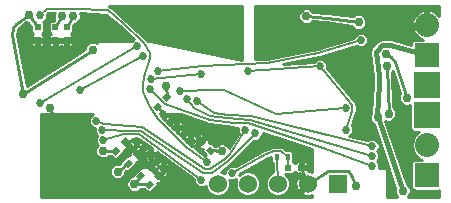
<source format=gbl>
G04 #@! TF.FileFunction,Copper,L2,Bot,Signal*
%FSLAX46Y46*%
G04 Gerber Fmt 4.6, Leading zero omitted, Abs format (unit mm)*
G04 Created by KiCad (PCBNEW (2015-02-03 BZR 5404)-product) date Sat 07 Feb 2015 10:18:25 AM CST*
%MOMM*%
G01*
G04 APERTURE LIST*
%ADD10C,0.100000*%
%ADD11R,2.032000X2.032000*%
%ADD12O,2.032000X2.032000*%
%ADD13R,0.600000X0.500000*%
%ADD14R,0.500000X0.600000*%
%ADD15R,1.524000X1.524000*%
%ADD16C,1.524000*%
%ADD17R,0.400000X0.600000*%
%ADD18R,2.235200X2.235200*%
%ADD19C,0.685800*%
%ADD20C,0.762000*%
%ADD21C,0.457200*%
%ADD22C,0.254000*%
%ADD23C,0.152400*%
G04 APERTURE END LIST*
D10*
D11*
X87660500Y-108963000D03*
D12*
X87660500Y-106423000D03*
D10*
G36*
X69716218Y-117058264D02*
X69362664Y-117411818D01*
X68938400Y-116987554D01*
X69291954Y-116634000D01*
X69716218Y-117058264D01*
X69716218Y-117058264D01*
G37*
G36*
X68938400Y-116280446D02*
X68584846Y-116634000D01*
X68160582Y-116209736D01*
X68514136Y-115856182D01*
X68938400Y-116280446D01*
X68938400Y-116280446D01*
G37*
G36*
X65688864Y-112118182D02*
X66042418Y-112471736D01*
X65618154Y-112896000D01*
X65264600Y-112542446D01*
X65688864Y-112118182D01*
X65688864Y-112118182D01*
G37*
G36*
X64911046Y-112896000D02*
X65264600Y-113249554D01*
X64840336Y-113673818D01*
X64486782Y-113320264D01*
X64911046Y-112896000D01*
X64911046Y-112896000D01*
G37*
G36*
X62343136Y-118503818D02*
X61989582Y-118150264D01*
X62413846Y-117726000D01*
X62767400Y-118079554D01*
X62343136Y-118503818D01*
X62343136Y-118503818D01*
G37*
G36*
X63120954Y-117726000D02*
X62767400Y-117372446D01*
X63191664Y-116948182D01*
X63545218Y-117301736D01*
X63120954Y-117726000D01*
X63120954Y-117726000D01*
G37*
G36*
X61290336Y-117464818D02*
X60936782Y-117111264D01*
X61361046Y-116687000D01*
X61714600Y-117040554D01*
X61290336Y-117464818D01*
X61290336Y-117464818D01*
G37*
G36*
X62068154Y-116687000D02*
X61714600Y-116333446D01*
X62138864Y-115909182D01*
X62492418Y-116262736D01*
X62068154Y-116687000D01*
X62068154Y-116687000D01*
G37*
G36*
X63403736Y-119556818D02*
X63050182Y-119203264D01*
X63474446Y-118779000D01*
X63828000Y-119132554D01*
X63403736Y-119556818D01*
X63403736Y-119556818D01*
G37*
G36*
X64181554Y-118779000D02*
X63828000Y-118425446D01*
X64252264Y-118001182D01*
X64605818Y-118354736D01*
X64181554Y-118779000D01*
X64181554Y-118779000D01*
G37*
G36*
X64151436Y-120290818D02*
X63797882Y-119937264D01*
X64222146Y-119513000D01*
X64575700Y-119866554D01*
X64151436Y-120290818D01*
X64151436Y-120290818D01*
G37*
G36*
X64929254Y-119513000D02*
X64575700Y-119159446D01*
X64999964Y-118735182D01*
X65353518Y-119088736D01*
X64929254Y-119513000D01*
X64929254Y-119513000D01*
G37*
D13*
X75934500Y-118486000D03*
X77034500Y-118486000D03*
D14*
X56191900Y-106616000D03*
X56191900Y-107716000D03*
X54700700Y-106602000D03*
X54700700Y-107702000D03*
X57154500Y-106619000D03*
X57154500Y-107719000D03*
D15*
X80124300Y-119850000D03*
D16*
X77584300Y-119850000D03*
X75044300Y-119850000D03*
X72504300Y-119850000D03*
X69964300Y-119850000D03*
D11*
X87660500Y-119123000D03*
D12*
X87660500Y-116583000D03*
D17*
X74977800Y-117592000D03*
X75877800Y-117592000D03*
D18*
X87660500Y-114043000D03*
X87660500Y-111503000D03*
D19*
X63096358Y-116229000D03*
X64227729Y-117360371D03*
X65359100Y-118491742D03*
X67621842Y-116229000D03*
X66490471Y-115097629D03*
X65359100Y-113966258D03*
D20*
X83493900Y-114221000D03*
X85618200Y-120454000D03*
X81881800Y-106164000D03*
X77440700Y-105666000D03*
X86007500Y-113590000D03*
X85530700Y-115221000D03*
X82880800Y-115070200D03*
X82841500Y-110874000D03*
X73887600Y-109014000D03*
X81666800Y-120045100D03*
X71182000Y-115349000D03*
X60509100Y-120634000D03*
X55751100Y-113445000D03*
X73201800Y-116454000D03*
X57770100Y-118665000D03*
X67370600Y-119931000D03*
X60386500Y-105802000D03*
X55783200Y-105626000D03*
X53293000Y-106937000D03*
X66997700Y-105760000D03*
X70378900Y-108898000D03*
D19*
X68574000Y-119498200D03*
X71186000Y-118937900D03*
X60265500Y-116164000D03*
D20*
X56744900Y-105633000D03*
X59381300Y-108519500D03*
X53488700Y-112221600D03*
X53955400Y-105551000D03*
X57693100Y-105672000D03*
X65589900Y-111576000D03*
X62886300Y-119866000D03*
X61476200Y-118816000D03*
X60252700Y-117048000D03*
X70324700Y-117099000D03*
D19*
X59670600Y-114521000D03*
X72294300Y-115308000D03*
X68504200Y-110535000D03*
X64281600Y-111015000D03*
D20*
X84326600Y-109841000D03*
X84422400Y-113923000D03*
X85941300Y-112574000D03*
X84196300Y-108886000D03*
D19*
X54878200Y-113041000D03*
X63146500Y-108182000D03*
X58276200Y-111900000D03*
X63616600Y-109000000D03*
X60195900Y-115325000D03*
X73132900Y-115578000D03*
X82090000Y-107689000D03*
X64927900Y-110339000D03*
X80784900Y-113455000D03*
X66782900Y-112033000D03*
X69087800Y-118049400D03*
X54906500Y-105602000D03*
X83037300Y-116643000D03*
X68241800Y-112875000D03*
X82986200Y-117482000D03*
X67362100Y-112716000D03*
X64218600Y-111854000D03*
X82993100Y-118321000D03*
X72525300Y-110289500D03*
X78626000Y-109870000D03*
X80789200Y-115264000D03*
D21*
X83493900Y-114221000D02*
X83416200Y-114000000D01*
X83416200Y-114000000D02*
X83598000Y-111427000D01*
X83598000Y-111427000D02*
X83613000Y-110679000D01*
X83613000Y-110679000D02*
X83366800Y-108702000D01*
X83366800Y-108702000D02*
X83417700Y-108579000D01*
X83417700Y-108579000D02*
X83873700Y-108123000D01*
X83873700Y-108123000D02*
X84512200Y-108123000D01*
X84512200Y-108123000D02*
X87660500Y-108963000D01*
X85618200Y-120454000D02*
X83493900Y-114221000D01*
D22*
X81881800Y-106164000D02*
X79188700Y-105786000D01*
X79188700Y-105786000D02*
X77440700Y-105666000D01*
D21*
X82842000Y-110874000D02*
X82841500Y-110874000D01*
X82842100Y-110874000D02*
X82842000Y-110874000D01*
X82842100Y-110874000D02*
X82842000Y-110874000D01*
X87660500Y-106423000D02*
X83479800Y-107573000D01*
X83479800Y-107573000D02*
X82949800Y-108103000D01*
X82949800Y-108103000D02*
X82756900Y-108568000D01*
X82756900Y-108568000D02*
X82756900Y-109387000D01*
X82756900Y-109387000D02*
X82842100Y-110874000D01*
D22*
X87660500Y-106423000D02*
X81882500Y-107056000D01*
X81882500Y-107056000D02*
X79083800Y-108189000D01*
X79083800Y-108189000D02*
X78724300Y-108352000D01*
X78724300Y-108352000D02*
X78505800Y-108420000D01*
X78505800Y-108420000D02*
X73887600Y-109014000D01*
D21*
X86007500Y-113590000D02*
X85530700Y-115221000D01*
D22*
X77584300Y-119850000D02*
X79254200Y-118808300D01*
X79254200Y-118808300D02*
X81002200Y-118808300D01*
X81002200Y-118808300D02*
X81156200Y-118962300D01*
X81156200Y-118962300D02*
X81666800Y-120045100D01*
X67621800Y-116229000D02*
X68549500Y-116245000D01*
X68549500Y-116245000D02*
X71182000Y-115349000D01*
X65359100Y-113966000D02*
X64991400Y-113464000D01*
X64991400Y-113464000D02*
X64990700Y-113463000D01*
X64990700Y-113463000D02*
X64875700Y-113285000D01*
X67370600Y-119931000D02*
X65359100Y-118492000D01*
X65359100Y-118492000D02*
X65199500Y-118739000D01*
X65199500Y-118739000D02*
X64964600Y-119124000D01*
X63156300Y-117337000D02*
X63539500Y-117337000D01*
X63539500Y-117337000D02*
X63862200Y-117347000D01*
X63862200Y-117347000D02*
X63945400Y-117347000D01*
X63945400Y-117347000D02*
X64227700Y-117360000D01*
X64227700Y-117360000D02*
X64216900Y-118390000D01*
X64216900Y-118390000D02*
X63349900Y-118506000D01*
X63349900Y-118506000D02*
X60509100Y-120634000D01*
X62103500Y-116298000D02*
X62753700Y-116258000D01*
X62753700Y-116258000D02*
X63096400Y-116229000D01*
X57770100Y-118665000D02*
X55751100Y-113445000D01*
X77584300Y-119850000D02*
X77034500Y-118486000D01*
X55595900Y-107690000D02*
X55595200Y-107706000D01*
X55595200Y-107706000D02*
X54697500Y-107707000D01*
X55783200Y-105626000D02*
X55657900Y-106285000D01*
X55657900Y-106285000D02*
X55595900Y-107690000D01*
X55595900Y-107690000D02*
X56191900Y-107716000D01*
X56191900Y-107716000D02*
X56259900Y-107719000D01*
X56259900Y-107719000D02*
X57154500Y-107719000D01*
X54697500Y-107707000D02*
X54696000Y-107706000D01*
X54696000Y-107706000D02*
X54686800Y-107722000D01*
X54686800Y-107722000D02*
X53293000Y-106937000D01*
X70378900Y-108898000D02*
X66997700Y-105760000D01*
X60386500Y-105802000D02*
X57154500Y-107719000D01*
X54697500Y-107707000D02*
X54700700Y-107702000D01*
D23*
X75877800Y-117592000D02*
X75300200Y-117057500D01*
X75300200Y-117057500D02*
X74736600Y-117053500D01*
X74736600Y-117053500D02*
X74078900Y-117340300D01*
X74078900Y-117340300D02*
X71186000Y-118937900D01*
X60265500Y-116164000D02*
X62044000Y-115680300D01*
X62044000Y-115680300D02*
X62867900Y-115657200D01*
X62867900Y-115657200D02*
X63328500Y-115657200D01*
X63328500Y-115657200D02*
X68574000Y-119498200D01*
X75934500Y-118486000D02*
X75877800Y-117592000D01*
D22*
X56744900Y-105633000D02*
X56191900Y-106616000D01*
X53955400Y-105551000D02*
X52861600Y-106334500D01*
X52861600Y-106334500D02*
X52641900Y-106656100D01*
X52641900Y-106656100D02*
X52559900Y-107259000D01*
X52559900Y-107259000D02*
X53488700Y-112221600D01*
X53488700Y-112221600D02*
X59381300Y-108519500D01*
X53955400Y-105551000D02*
X54700700Y-106602000D01*
X57154500Y-106619000D02*
X57693100Y-105672000D01*
X65653500Y-112507000D02*
X65589900Y-111576000D01*
X63439100Y-119168000D02*
X63096700Y-119603000D01*
X63096700Y-119603000D02*
X62886300Y-119866000D01*
X60252700Y-117048000D02*
X61325700Y-117076000D01*
X69327300Y-117023000D02*
X70324700Y-117099000D01*
X62886300Y-119866000D02*
X64186800Y-119902000D01*
X62378500Y-118115000D02*
X61476200Y-118816000D01*
D23*
X72294300Y-115308000D02*
X71021500Y-117294300D01*
X71021500Y-117294300D02*
X70567900Y-117717000D01*
X70567900Y-117717000D02*
X69324800Y-118621200D01*
X69324800Y-118621200D02*
X68850900Y-118621200D01*
X68850900Y-118621200D02*
X63586300Y-115047000D01*
X63586300Y-115047000D02*
X60383100Y-114753000D01*
X60383100Y-114753000D02*
X60305200Y-114753000D01*
X60305200Y-114753000D02*
X59670600Y-114521000D01*
X68504200Y-110535000D02*
X64281600Y-111015000D01*
D22*
X84326600Y-109841000D02*
X84422400Y-113923000D01*
D23*
X75044300Y-119850000D02*
X74977800Y-117592000D01*
D22*
X85941300Y-112574000D02*
X84987300Y-109526000D01*
X84987300Y-109526000D02*
X84600400Y-109140000D01*
X84600400Y-109140000D02*
X84196300Y-108886000D01*
D23*
X54878200Y-113041000D02*
X55107200Y-112895000D01*
X55107200Y-112895000D02*
X63146500Y-108182000D01*
X58276200Y-111900000D02*
X63616600Y-109000000D01*
X73132900Y-115578000D02*
X73132900Y-115616000D01*
X73132900Y-115616000D02*
X70851100Y-117898100D01*
X70851100Y-117898100D02*
X69451300Y-118926300D01*
X69451300Y-118926300D02*
X68724400Y-118926300D01*
X68724400Y-118926300D02*
X63441700Y-115352100D01*
X63441700Y-115352100D02*
X62733100Y-115352100D01*
X62733100Y-115352100D02*
X60195900Y-115325000D01*
X64927900Y-110339000D02*
X68611300Y-109899000D01*
X68611300Y-109899000D02*
X74139500Y-109624000D01*
X74139500Y-109624000D02*
X78476700Y-108811000D01*
X78476700Y-108811000D02*
X82090000Y-107689000D01*
X80784900Y-113455000D02*
X80761900Y-113455000D01*
X80761900Y-113455000D02*
X74867500Y-113934000D01*
X74867500Y-113934000D02*
X70525700Y-111917000D01*
X70525700Y-111917000D02*
X69582200Y-111888000D01*
X69582200Y-111888000D02*
X66782900Y-112033000D01*
X54906500Y-105602000D02*
X55530600Y-105016000D01*
X55530600Y-105016000D02*
X57881300Y-105016000D01*
X57881300Y-105016000D02*
X60652700Y-105180000D01*
X60652700Y-105180000D02*
X61905200Y-106240000D01*
X61905200Y-106240000D02*
X63728700Y-107932000D01*
X63728700Y-107932000D02*
X64188400Y-108765000D01*
X64188400Y-108765000D02*
X64188400Y-109238000D01*
X64188400Y-109238000D02*
X63709800Y-110796000D01*
X63709800Y-110796000D02*
X63646800Y-111460000D01*
X63646800Y-111460000D02*
X63646800Y-112083000D01*
X63646800Y-112083000D02*
X64223700Y-113378000D01*
X64223700Y-113378000D02*
X64890400Y-114338000D01*
X64890400Y-114338000D02*
X67300000Y-116735000D01*
X67300000Y-116735000D02*
X69087800Y-118049400D01*
X83037300Y-116643000D02*
X72784700Y-114126000D01*
X72784700Y-114126000D02*
X70862700Y-114009000D01*
X70862700Y-114009000D02*
X69610200Y-113857000D01*
X69610200Y-113857000D02*
X68241800Y-112875000D01*
X82986200Y-117482000D02*
X72657900Y-114431000D01*
X72657900Y-114431000D02*
X70726300Y-114308000D01*
X70726300Y-114308000D02*
X69341100Y-114131000D01*
X69341100Y-114131000D02*
X67986800Y-113428000D01*
X67986800Y-113428000D02*
X67670000Y-113112000D01*
X67670000Y-113112000D02*
X67362100Y-112716000D01*
X82993100Y-118321000D02*
X78860900Y-116821000D01*
X78860900Y-116821000D02*
X72531300Y-114736000D01*
X72531300Y-114736000D02*
X71368000Y-114736000D01*
X71368000Y-114736000D02*
X69298100Y-114452000D01*
X69298100Y-114452000D02*
X65530000Y-113127000D01*
X65530000Y-113127000D02*
X65031300Y-112683000D01*
X65031300Y-112683000D02*
X64218600Y-111854000D01*
X78626000Y-109870000D02*
X72555500Y-110289500D01*
X72555500Y-110289500D02*
X72525300Y-110289500D01*
X78626000Y-109870000D02*
X81356700Y-113218000D01*
X81356700Y-113218000D02*
X81356700Y-113692000D01*
X81356700Y-113692000D02*
X80789200Y-115264000D01*
D22*
G36*
X71719364Y-115546132D02*
X70915783Y-116800180D01*
X70884886Y-116725402D01*
X70699275Y-116539467D01*
X70456638Y-116438715D01*
X70193915Y-116438486D01*
X69951102Y-116538814D01*
X69835563Y-116654150D01*
X69705030Y-116644204D01*
X69493390Y-116432564D01*
X69403443Y-116371849D01*
X69293742Y-116349132D01*
X69205259Y-116366299D01*
X69217800Y-116336023D01*
X69217800Y-116224870D01*
X69175264Y-116122179D01*
X69063027Y-116009943D01*
X68964244Y-116009943D01*
X68784639Y-116189548D01*
X68784639Y-115830338D01*
X68784639Y-115731555D01*
X68672403Y-115619318D01*
X68569712Y-115576782D01*
X68458559Y-115576782D01*
X68355868Y-115619318D01*
X68277272Y-115697915D01*
X68277573Y-115697614D01*
X68277573Y-115796396D01*
X68548077Y-116066900D01*
X68784639Y-115830338D01*
X68784639Y-116189548D01*
X68727682Y-116246505D01*
X68741824Y-116260647D01*
X68565047Y-116437424D01*
X68550905Y-116423282D01*
X68314343Y-116659844D01*
X68314343Y-116758627D01*
X68426579Y-116870864D01*
X68529270Y-116913400D01*
X68640423Y-116913400D01*
X68671153Y-116900670D01*
X68653532Y-116985766D01*
X68674870Y-117095744D01*
X68736964Y-117188990D01*
X68974975Y-117427001D01*
X68964560Y-117426992D01*
X68885809Y-117459531D01*
X67939834Y-116764045D01*
X68054939Y-116692688D01*
X68199417Y-116491653D01*
X68215973Y-116451684D01*
X68199390Y-116415586D01*
X68371300Y-116243677D01*
X68190149Y-116062526D01*
X68215973Y-116006316D01*
X68085530Y-115795903D01*
X67884495Y-115651425D01*
X67844526Y-115634869D01*
X67748842Y-115678826D01*
X67748842Y-116102000D01*
X67902786Y-116102000D01*
X67881182Y-116154159D01*
X67881182Y-116265312D01*
X67918746Y-116356000D01*
X67748842Y-116356000D01*
X67748842Y-116623626D01*
X67551736Y-116478713D01*
X67607701Y-116422749D01*
X67428093Y-116243141D01*
X67369087Y-116302146D01*
X67167890Y-116102000D01*
X67494842Y-116102000D01*
X67494842Y-115678826D01*
X67399158Y-115634869D01*
X67188745Y-115765312D01*
X67044267Y-115966347D01*
X67040548Y-115975323D01*
X66739238Y-115675589D01*
X66923568Y-115561317D01*
X67068046Y-115360282D01*
X67084602Y-115320313D01*
X67084602Y-114874945D01*
X66954159Y-114664532D01*
X66753124Y-114520054D01*
X66713155Y-114503498D01*
X66617471Y-114547455D01*
X66617471Y-114970629D01*
X67040645Y-114970629D01*
X67084602Y-114874945D01*
X67084602Y-115320313D01*
X67040645Y-115224629D01*
X66617471Y-115224629D01*
X66617471Y-115554458D01*
X66414830Y-115352877D01*
X66476330Y-115291378D01*
X66296722Y-115111770D01*
X66234751Y-115173740D01*
X66030572Y-114970629D01*
X66363471Y-114970629D01*
X66363471Y-114547455D01*
X66267787Y-114503498D01*
X66057374Y-114633941D01*
X65912896Y-114834976D01*
X65907442Y-114848142D01*
X65604203Y-114546490D01*
X65792197Y-114429946D01*
X65936675Y-114228911D01*
X65953231Y-114188942D01*
X65909274Y-114093258D01*
X65486100Y-114093258D01*
X65486100Y-114429004D01*
X65280493Y-114224472D01*
X65344959Y-114160007D01*
X65165351Y-113980399D01*
X65112027Y-114033722D01*
X65067634Y-113969800D01*
X66854823Y-113969800D01*
X69180138Y-114787464D01*
X69215756Y-114792548D01*
X69249763Y-114804299D01*
X71319663Y-115088299D01*
X71344042Y-115086834D01*
X71368000Y-115091600D01*
X71710340Y-115091600D01*
X71672108Y-115183674D01*
X71671892Y-115431240D01*
X71719364Y-115546132D01*
X71719364Y-115546132D01*
G37*
X71719364Y-115546132D02*
X70915783Y-116800180D01*
X70884886Y-116725402D01*
X70699275Y-116539467D01*
X70456638Y-116438715D01*
X70193915Y-116438486D01*
X69951102Y-116538814D01*
X69835563Y-116654150D01*
X69705030Y-116644204D01*
X69493390Y-116432564D01*
X69403443Y-116371849D01*
X69293742Y-116349132D01*
X69205259Y-116366299D01*
X69217800Y-116336023D01*
X69217800Y-116224870D01*
X69175264Y-116122179D01*
X69063027Y-116009943D01*
X68964244Y-116009943D01*
X68784639Y-116189548D01*
X68784639Y-115830338D01*
X68784639Y-115731555D01*
X68672403Y-115619318D01*
X68569712Y-115576782D01*
X68458559Y-115576782D01*
X68355868Y-115619318D01*
X68277272Y-115697915D01*
X68277573Y-115697614D01*
X68277573Y-115796396D01*
X68548077Y-116066900D01*
X68784639Y-115830338D01*
X68784639Y-116189548D01*
X68727682Y-116246505D01*
X68741824Y-116260647D01*
X68565047Y-116437424D01*
X68550905Y-116423282D01*
X68314343Y-116659844D01*
X68314343Y-116758627D01*
X68426579Y-116870864D01*
X68529270Y-116913400D01*
X68640423Y-116913400D01*
X68671153Y-116900670D01*
X68653532Y-116985766D01*
X68674870Y-117095744D01*
X68736964Y-117188990D01*
X68974975Y-117427001D01*
X68964560Y-117426992D01*
X68885809Y-117459531D01*
X67939834Y-116764045D01*
X68054939Y-116692688D01*
X68199417Y-116491653D01*
X68215973Y-116451684D01*
X68199390Y-116415586D01*
X68371300Y-116243677D01*
X68190149Y-116062526D01*
X68215973Y-116006316D01*
X68085530Y-115795903D01*
X67884495Y-115651425D01*
X67844526Y-115634869D01*
X67748842Y-115678826D01*
X67748842Y-116102000D01*
X67902786Y-116102000D01*
X67881182Y-116154159D01*
X67881182Y-116265312D01*
X67918746Y-116356000D01*
X67748842Y-116356000D01*
X67748842Y-116623626D01*
X67551736Y-116478713D01*
X67607701Y-116422749D01*
X67428093Y-116243141D01*
X67369087Y-116302146D01*
X67167890Y-116102000D01*
X67494842Y-116102000D01*
X67494842Y-115678826D01*
X67399158Y-115634869D01*
X67188745Y-115765312D01*
X67044267Y-115966347D01*
X67040548Y-115975323D01*
X66739238Y-115675589D01*
X66923568Y-115561317D01*
X67068046Y-115360282D01*
X67084602Y-115320313D01*
X67084602Y-114874945D01*
X66954159Y-114664532D01*
X66753124Y-114520054D01*
X66713155Y-114503498D01*
X66617471Y-114547455D01*
X66617471Y-114970629D01*
X67040645Y-114970629D01*
X67084602Y-114874945D01*
X67084602Y-115320313D01*
X67040645Y-115224629D01*
X66617471Y-115224629D01*
X66617471Y-115554458D01*
X66414830Y-115352877D01*
X66476330Y-115291378D01*
X66296722Y-115111770D01*
X66234751Y-115173740D01*
X66030572Y-114970629D01*
X66363471Y-114970629D01*
X66363471Y-114547455D01*
X66267787Y-114503498D01*
X66057374Y-114633941D01*
X65912896Y-114834976D01*
X65907442Y-114848142D01*
X65604203Y-114546490D01*
X65792197Y-114429946D01*
X65936675Y-114228911D01*
X65953231Y-114188942D01*
X65909274Y-114093258D01*
X65486100Y-114093258D01*
X65486100Y-114429004D01*
X65280493Y-114224472D01*
X65344959Y-114160007D01*
X65165351Y-113980399D01*
X65112027Y-114033722D01*
X65067634Y-113969800D01*
X66854823Y-113969800D01*
X69180138Y-114787464D01*
X69215756Y-114792548D01*
X69249763Y-114804299D01*
X71319663Y-115088299D01*
X71344042Y-115086834D01*
X71368000Y-115091600D01*
X71710340Y-115091600D01*
X71672108Y-115183674D01*
X71671892Y-115431240D01*
X71719364Y-115546132D01*
G36*
X77952600Y-118874564D02*
X77706902Y-118795299D01*
X77609083Y-118803202D01*
X77613900Y-118791576D01*
X77613900Y-118680850D01*
X77613900Y-118291150D01*
X77613900Y-118180424D01*
X77571364Y-118077733D01*
X77492767Y-117999136D01*
X77390076Y-117956600D01*
X77231350Y-117956600D01*
X77161500Y-118026450D01*
X77161500Y-118361000D01*
X77544050Y-118361000D01*
X77613900Y-118291150D01*
X77613900Y-118680850D01*
X77544050Y-118611000D01*
X77161500Y-118611000D01*
X77161500Y-118633000D01*
X76907500Y-118633000D01*
X76907500Y-118611000D01*
X76887500Y-118611000D01*
X76887500Y-118361000D01*
X76907500Y-118361000D01*
X76907500Y-118026450D01*
X76837650Y-117956600D01*
X76678924Y-117956600D01*
X76576233Y-117999136D01*
X76497636Y-118077733D01*
X76484907Y-118108463D01*
X76437196Y-118035832D01*
X76346153Y-117974377D01*
X76362674Y-117892000D01*
X76362674Y-117292000D01*
X76342004Y-117185466D01*
X76280496Y-117091832D01*
X76187642Y-117029154D01*
X76077800Y-117007126D01*
X75769326Y-117007126D01*
X75541721Y-116796504D01*
X75489399Y-116764402D01*
X75438610Y-116729942D01*
X75430508Y-116728270D01*
X75423458Y-116723945D01*
X75362843Y-116714311D01*
X75302724Y-116701909D01*
X74739124Y-116697909D01*
X74734576Y-116698780D01*
X74730019Y-116697961D01*
X74666618Y-116711796D01*
X74602853Y-116724010D01*
X74598983Y-116726556D01*
X74594461Y-116727543D01*
X73936762Y-117014343D01*
X73922983Y-117023922D01*
X73906992Y-117029014D01*
X71462588Y-118378932D01*
X71310326Y-118315708D01*
X71062760Y-118315492D01*
X70833956Y-118410032D01*
X70658747Y-118584935D01*
X70563808Y-118813574D01*
X70563665Y-118976364D01*
X70554976Y-118967659D01*
X70197666Y-118819291D01*
X71061612Y-118184694D01*
X71079960Y-118164636D01*
X71102564Y-118149531D01*
X73051608Y-116200229D01*
X73256140Y-116200408D01*
X73484944Y-116105868D01*
X73660153Y-115930965D01*
X73755092Y-115702326D01*
X73755256Y-115513573D01*
X77952600Y-116896197D01*
X77952600Y-118874564D01*
X77952600Y-118874564D01*
G37*
X77952600Y-118874564D02*
X77706902Y-118795299D01*
X77609083Y-118803202D01*
X77613900Y-118791576D01*
X77613900Y-118680850D01*
X77613900Y-118291150D01*
X77613900Y-118180424D01*
X77571364Y-118077733D01*
X77492767Y-117999136D01*
X77390076Y-117956600D01*
X77231350Y-117956600D01*
X77161500Y-118026450D01*
X77161500Y-118361000D01*
X77544050Y-118361000D01*
X77613900Y-118291150D01*
X77613900Y-118680850D01*
X77544050Y-118611000D01*
X77161500Y-118611000D01*
X77161500Y-118633000D01*
X76907500Y-118633000D01*
X76907500Y-118611000D01*
X76887500Y-118611000D01*
X76887500Y-118361000D01*
X76907500Y-118361000D01*
X76907500Y-118026450D01*
X76837650Y-117956600D01*
X76678924Y-117956600D01*
X76576233Y-117999136D01*
X76497636Y-118077733D01*
X76484907Y-118108463D01*
X76437196Y-118035832D01*
X76346153Y-117974377D01*
X76362674Y-117892000D01*
X76362674Y-117292000D01*
X76342004Y-117185466D01*
X76280496Y-117091832D01*
X76187642Y-117029154D01*
X76077800Y-117007126D01*
X75769326Y-117007126D01*
X75541721Y-116796504D01*
X75489399Y-116764402D01*
X75438610Y-116729942D01*
X75430508Y-116728270D01*
X75423458Y-116723945D01*
X75362843Y-116714311D01*
X75302724Y-116701909D01*
X74739124Y-116697909D01*
X74734576Y-116698780D01*
X74730019Y-116697961D01*
X74666618Y-116711796D01*
X74602853Y-116724010D01*
X74598983Y-116726556D01*
X74594461Y-116727543D01*
X73936762Y-117014343D01*
X73922983Y-117023922D01*
X73906992Y-117029014D01*
X71462588Y-118378932D01*
X71310326Y-118315708D01*
X71062760Y-118315492D01*
X70833956Y-118410032D01*
X70658747Y-118584935D01*
X70563808Y-118813574D01*
X70563665Y-118976364D01*
X70554976Y-118967659D01*
X70197666Y-118819291D01*
X71061612Y-118184694D01*
X71079960Y-118164636D01*
X71102564Y-118149531D01*
X73051608Y-116200229D01*
X73256140Y-116200408D01*
X73484944Y-116105868D01*
X73660153Y-115930965D01*
X73755092Y-115702326D01*
X73755256Y-115513573D01*
X77952600Y-116896197D01*
X77952600Y-118874564D01*
G36*
X77952600Y-120944270D02*
X65953231Y-120944270D01*
X65953231Y-118714426D01*
X65953231Y-118269058D01*
X65822788Y-118058645D01*
X65621753Y-117914167D01*
X65581784Y-117897611D01*
X65486100Y-117941568D01*
X65486100Y-118364742D01*
X65909274Y-118364742D01*
X65953231Y-118269058D01*
X65953231Y-118714426D01*
X65909274Y-118618742D01*
X65486100Y-118618742D01*
X65486100Y-118852173D01*
X65413304Y-118852173D01*
X65232100Y-119033377D01*
X65232100Y-118679823D01*
X65236527Y-118675396D01*
X65236527Y-118576614D01*
X65158232Y-118498318D01*
X65055541Y-118455782D01*
X64944388Y-118455782D01*
X64850228Y-118494784D01*
X64885218Y-118410312D01*
X64885218Y-118364742D01*
X65232100Y-118364742D01*
X65232100Y-117941568D01*
X65136416Y-117897611D01*
X64926003Y-118028054D01*
X64821860Y-118172962D01*
X64821860Y-117583055D01*
X64777903Y-117487371D01*
X64354729Y-117487371D01*
X64354729Y-117741203D01*
X64307841Y-117721782D01*
X64196688Y-117721782D01*
X64100729Y-117761529D01*
X64100729Y-117487371D01*
X63754713Y-117487371D01*
X63782082Y-117460003D01*
X63824618Y-117357312D01*
X63824618Y-117246159D01*
X63819321Y-117233371D01*
X64100729Y-117233371D01*
X64100729Y-116810197D01*
X64005045Y-116766240D01*
X63794632Y-116896683D01*
X63673543Y-117065173D01*
X63605004Y-117065173D01*
X63334500Y-117335677D01*
X63571062Y-117572239D01*
X63638566Y-117572239D01*
X63633598Y-117583055D01*
X63764041Y-117793468D01*
X63965076Y-117937946D01*
X63981761Y-117944857D01*
X63981761Y-117975338D01*
X64218323Y-118211900D01*
X64488827Y-117941396D01*
X64488827Y-117930687D01*
X64660826Y-117824059D01*
X64805304Y-117623024D01*
X64821860Y-117583055D01*
X64821860Y-118172962D01*
X64820738Y-118174524D01*
X64764386Y-118118173D01*
X64665604Y-118118173D01*
X64395100Y-118388677D01*
X64631662Y-118625239D01*
X64729461Y-118625239D01*
X64729461Y-118709338D01*
X64814588Y-118794465D01*
X64895412Y-118924839D01*
X65096447Y-119069317D01*
X65136416Y-119085873D01*
X65216304Y-119049172D01*
X65142800Y-119122677D01*
X65379362Y-119359239D01*
X65478145Y-119359239D01*
X65590382Y-119247003D01*
X65632918Y-119144312D01*
X65632918Y-119054173D01*
X65792197Y-118955430D01*
X65936675Y-118754395D01*
X65953231Y-118714426D01*
X65953231Y-120944270D01*
X65199757Y-120944270D01*
X65199757Y-119637627D01*
X65199757Y-119538844D01*
X64963195Y-119302282D01*
X64949052Y-119316424D01*
X64772275Y-119139647D01*
X64786418Y-119125505D01*
X64549856Y-118888943D01*
X64452057Y-118888943D01*
X64452057Y-118804844D01*
X64215495Y-118568282D01*
X64201352Y-118582424D01*
X64024575Y-118405647D01*
X64038718Y-118391505D01*
X63802156Y-118154943D01*
X63703373Y-118154943D01*
X63591136Y-118267179D01*
X63548600Y-118369870D01*
X63548600Y-118481023D01*
X63561329Y-118511753D01*
X63476234Y-118494132D01*
X63391457Y-118510580D01*
X63391457Y-117850627D01*
X63391457Y-117751844D01*
X63154895Y-117515282D01*
X63140752Y-117529424D01*
X62963975Y-117352647D01*
X62978118Y-117338505D01*
X62741556Y-117101943D01*
X62642773Y-117101943D01*
X62530536Y-117214179D01*
X62488000Y-117316870D01*
X62488000Y-117428023D01*
X62500729Y-117458753D01*
X62415634Y-117441132D01*
X62305656Y-117462470D01*
X62212410Y-117524564D01*
X61788146Y-117948828D01*
X61727431Y-118038775D01*
X61710795Y-118119106D01*
X61644330Y-118170743D01*
X61608138Y-118155715D01*
X61345415Y-118155486D01*
X61102602Y-118255814D01*
X60916667Y-118441425D01*
X60815915Y-118684062D01*
X60815686Y-118946785D01*
X60916014Y-119189598D01*
X61101625Y-119375533D01*
X61344262Y-119476285D01*
X61606985Y-119476514D01*
X61849798Y-119376186D01*
X62035733Y-119190575D01*
X62136485Y-118947938D01*
X62136598Y-118817569D01*
X62216327Y-118755627D01*
X62231647Y-118765969D01*
X62341348Y-118788686D01*
X62451326Y-118767348D01*
X62544572Y-118705254D01*
X62968836Y-118280990D01*
X63029551Y-118191043D01*
X63052268Y-118081342D01*
X63035100Y-117992859D01*
X63065377Y-118005400D01*
X63176530Y-118005400D01*
X63279221Y-117962864D01*
X63391457Y-117850627D01*
X63391457Y-118510580D01*
X63366256Y-118515470D01*
X63273010Y-118577564D01*
X62848746Y-119001828D01*
X62788031Y-119091775D01*
X62765314Y-119201476D01*
X62766093Y-119205495D01*
X62755515Y-119205486D01*
X62512702Y-119305814D01*
X62326767Y-119491425D01*
X62226015Y-119734062D01*
X62225786Y-119996785D01*
X62326114Y-120239598D01*
X62511725Y-120425533D01*
X62754362Y-120526285D01*
X63017085Y-120526514D01*
X63259898Y-120426186D01*
X63399564Y-120286763D01*
X63754329Y-120296583D01*
X63950000Y-120492254D01*
X64039947Y-120552969D01*
X64149648Y-120575686D01*
X64259626Y-120554348D01*
X64352872Y-120492254D01*
X64777136Y-120067990D01*
X64837851Y-119978043D01*
X64860568Y-119868342D01*
X64843400Y-119779859D01*
X64873677Y-119792400D01*
X64984830Y-119792400D01*
X65087521Y-119749864D01*
X65199757Y-119637627D01*
X65199757Y-120944270D01*
X54991000Y-120944270D01*
X54991000Y-113969800D01*
X59375023Y-113969800D01*
X59318556Y-113993132D01*
X59143347Y-114168035D01*
X59048408Y-114396674D01*
X59048192Y-114644240D01*
X59142732Y-114873044D01*
X59317635Y-115048253D01*
X59546274Y-115143192D01*
X59597557Y-115143236D01*
X59573708Y-115200674D01*
X59573492Y-115448240D01*
X59668032Y-115677044D01*
X59770073Y-115779264D01*
X59738247Y-115811035D01*
X59643308Y-116039674D01*
X59643092Y-116287240D01*
X59737632Y-116516044D01*
X59794128Y-116572639D01*
X59693167Y-116673425D01*
X59592415Y-116916062D01*
X59592186Y-117178785D01*
X59692514Y-117421598D01*
X59878125Y-117607533D01*
X60120762Y-117708285D01*
X60383485Y-117708514D01*
X60626298Y-117608186D01*
X60766775Y-117467953D01*
X60893917Y-117471271D01*
X61088900Y-117666254D01*
X61178847Y-117726969D01*
X61288548Y-117749686D01*
X61398526Y-117728348D01*
X61491772Y-117666254D01*
X61916036Y-117241990D01*
X61976751Y-117152043D01*
X61999468Y-117042342D01*
X61982300Y-116953859D01*
X62012577Y-116966400D01*
X62123730Y-116966400D01*
X62226421Y-116923864D01*
X62338657Y-116811627D01*
X62338657Y-116712844D01*
X62102095Y-116476282D01*
X62087952Y-116490424D01*
X61911175Y-116313647D01*
X61925318Y-116299505D01*
X61909761Y-116283948D01*
X62089366Y-116104343D01*
X62104923Y-116119900D01*
X62119065Y-116105757D01*
X62295842Y-116282534D01*
X62281700Y-116296677D01*
X62518262Y-116533239D01*
X62552786Y-116533239D01*
X62632670Y-116662097D01*
X62833705Y-116806575D01*
X62873674Y-116823131D01*
X62962298Y-116782417D01*
X62921161Y-116823555D01*
X62921161Y-116922338D01*
X63157723Y-117158900D01*
X63428227Y-116888396D01*
X63428227Y-116789614D01*
X63407133Y-116768519D01*
X63529455Y-116692688D01*
X63673933Y-116491653D01*
X63690489Y-116451684D01*
X63646532Y-116356000D01*
X63223358Y-116356000D01*
X63223358Y-116668782D01*
X63136088Y-116668782D01*
X63033397Y-116711318D01*
X62969358Y-116775357D01*
X62969358Y-116356000D01*
X62756207Y-116356000D01*
X62771818Y-116318312D01*
X62771818Y-116207159D01*
X62729282Y-116104468D01*
X62726813Y-116102000D01*
X62789750Y-116102000D01*
X62902609Y-116214859D01*
X63082217Y-116035251D01*
X63059766Y-116012800D01*
X63132950Y-116012800D01*
X63110499Y-116035251D01*
X63290107Y-116214859D01*
X63373831Y-116131134D01*
X64354729Y-116849393D01*
X64354729Y-117053763D01*
X64241870Y-117166622D01*
X64421478Y-117346230D01*
X64534337Y-117233371D01*
X64777903Y-117233371D01*
X64803378Y-117177915D01*
X67951712Y-119483272D01*
X67951592Y-119621440D01*
X68046132Y-119850244D01*
X68221035Y-120025453D01*
X68449674Y-120120392D01*
X68697240Y-120120608D01*
X68922745Y-120027431D01*
X68922720Y-120056238D01*
X69080929Y-120439135D01*
X69373624Y-120732341D01*
X69756244Y-120891219D01*
X70170538Y-120891580D01*
X70553435Y-120733371D01*
X70846641Y-120440676D01*
X71005519Y-120058056D01*
X71005880Y-119643762D01*
X70952593Y-119514797D01*
X71061674Y-119560092D01*
X71309240Y-119560308D01*
X71535861Y-119466669D01*
X71463081Y-119641944D01*
X71462720Y-120056238D01*
X71620929Y-120439135D01*
X71913624Y-120732341D01*
X72296244Y-120891219D01*
X72710538Y-120891580D01*
X73093435Y-120733371D01*
X73386641Y-120440676D01*
X73545519Y-120058056D01*
X73545880Y-119643762D01*
X73387671Y-119260865D01*
X73094976Y-118967659D01*
X72712356Y-118808781D01*
X72298062Y-118808420D01*
X71915165Y-118966629D01*
X71800256Y-119081337D01*
X71808192Y-119062226D01*
X71808245Y-119000486D01*
X74236262Y-117659617D01*
X74492926Y-117547696D01*
X74492926Y-117892000D01*
X74513596Y-117998534D01*
X74575104Y-118092168D01*
X74638026Y-118134642D01*
X74660036Y-118881978D01*
X74455165Y-118966629D01*
X74161959Y-119259324D01*
X74003081Y-119641944D01*
X74002720Y-120056238D01*
X74160929Y-120439135D01*
X74453624Y-120732341D01*
X74836244Y-120891219D01*
X75250538Y-120891580D01*
X75633435Y-120733371D01*
X75926641Y-120440676D01*
X76085519Y-120058056D01*
X76085880Y-119643762D01*
X75927671Y-119260865D01*
X75688098Y-119020874D01*
X76234500Y-119020874D01*
X76341034Y-119000204D01*
X76434668Y-118938696D01*
X76485095Y-118863990D01*
X76497636Y-118894267D01*
X76576233Y-118972864D01*
X76678924Y-119015400D01*
X76837650Y-119015400D01*
X76907498Y-118945552D01*
X76907498Y-119015400D01*
X77009239Y-119015400D01*
X76978459Y-119064554D01*
X77584300Y-119670395D01*
X77598442Y-119656252D01*
X77778047Y-119835857D01*
X77763905Y-119850000D01*
X77778047Y-119864142D01*
X77598442Y-120043747D01*
X77584300Y-120029605D01*
X77404695Y-120209210D01*
X77404695Y-119850000D01*
X76798854Y-119244159D01*
X76656801Y-119333114D01*
X76529599Y-119727398D01*
X76562966Y-120140347D01*
X76656801Y-120366886D01*
X76798854Y-120455841D01*
X77404695Y-119850000D01*
X77404695Y-120209210D01*
X76978459Y-120635446D01*
X77067414Y-120777499D01*
X77461698Y-120904701D01*
X77874647Y-120871334D01*
X77952600Y-120839044D01*
X77952600Y-120944270D01*
X77952600Y-120944270D01*
G37*
X77952600Y-120944270D02*
X65953231Y-120944270D01*
X65953231Y-118714426D01*
X65953231Y-118269058D01*
X65822788Y-118058645D01*
X65621753Y-117914167D01*
X65581784Y-117897611D01*
X65486100Y-117941568D01*
X65486100Y-118364742D01*
X65909274Y-118364742D01*
X65953231Y-118269058D01*
X65953231Y-118714426D01*
X65909274Y-118618742D01*
X65486100Y-118618742D01*
X65486100Y-118852173D01*
X65413304Y-118852173D01*
X65232100Y-119033377D01*
X65232100Y-118679823D01*
X65236527Y-118675396D01*
X65236527Y-118576614D01*
X65158232Y-118498318D01*
X65055541Y-118455782D01*
X64944388Y-118455782D01*
X64850228Y-118494784D01*
X64885218Y-118410312D01*
X64885218Y-118364742D01*
X65232100Y-118364742D01*
X65232100Y-117941568D01*
X65136416Y-117897611D01*
X64926003Y-118028054D01*
X64821860Y-118172962D01*
X64821860Y-117583055D01*
X64777903Y-117487371D01*
X64354729Y-117487371D01*
X64354729Y-117741203D01*
X64307841Y-117721782D01*
X64196688Y-117721782D01*
X64100729Y-117761529D01*
X64100729Y-117487371D01*
X63754713Y-117487371D01*
X63782082Y-117460003D01*
X63824618Y-117357312D01*
X63824618Y-117246159D01*
X63819321Y-117233371D01*
X64100729Y-117233371D01*
X64100729Y-116810197D01*
X64005045Y-116766240D01*
X63794632Y-116896683D01*
X63673543Y-117065173D01*
X63605004Y-117065173D01*
X63334500Y-117335677D01*
X63571062Y-117572239D01*
X63638566Y-117572239D01*
X63633598Y-117583055D01*
X63764041Y-117793468D01*
X63965076Y-117937946D01*
X63981761Y-117944857D01*
X63981761Y-117975338D01*
X64218323Y-118211900D01*
X64488827Y-117941396D01*
X64488827Y-117930687D01*
X64660826Y-117824059D01*
X64805304Y-117623024D01*
X64821860Y-117583055D01*
X64821860Y-118172962D01*
X64820738Y-118174524D01*
X64764386Y-118118173D01*
X64665604Y-118118173D01*
X64395100Y-118388677D01*
X64631662Y-118625239D01*
X64729461Y-118625239D01*
X64729461Y-118709338D01*
X64814588Y-118794465D01*
X64895412Y-118924839D01*
X65096447Y-119069317D01*
X65136416Y-119085873D01*
X65216304Y-119049172D01*
X65142800Y-119122677D01*
X65379362Y-119359239D01*
X65478145Y-119359239D01*
X65590382Y-119247003D01*
X65632918Y-119144312D01*
X65632918Y-119054173D01*
X65792197Y-118955430D01*
X65936675Y-118754395D01*
X65953231Y-118714426D01*
X65953231Y-120944270D01*
X65199757Y-120944270D01*
X65199757Y-119637627D01*
X65199757Y-119538844D01*
X64963195Y-119302282D01*
X64949052Y-119316424D01*
X64772275Y-119139647D01*
X64786418Y-119125505D01*
X64549856Y-118888943D01*
X64452057Y-118888943D01*
X64452057Y-118804844D01*
X64215495Y-118568282D01*
X64201352Y-118582424D01*
X64024575Y-118405647D01*
X64038718Y-118391505D01*
X63802156Y-118154943D01*
X63703373Y-118154943D01*
X63591136Y-118267179D01*
X63548600Y-118369870D01*
X63548600Y-118481023D01*
X63561329Y-118511753D01*
X63476234Y-118494132D01*
X63391457Y-118510580D01*
X63391457Y-117850627D01*
X63391457Y-117751844D01*
X63154895Y-117515282D01*
X63140752Y-117529424D01*
X62963975Y-117352647D01*
X62978118Y-117338505D01*
X62741556Y-117101943D01*
X62642773Y-117101943D01*
X62530536Y-117214179D01*
X62488000Y-117316870D01*
X62488000Y-117428023D01*
X62500729Y-117458753D01*
X62415634Y-117441132D01*
X62305656Y-117462470D01*
X62212410Y-117524564D01*
X61788146Y-117948828D01*
X61727431Y-118038775D01*
X61710795Y-118119106D01*
X61644330Y-118170743D01*
X61608138Y-118155715D01*
X61345415Y-118155486D01*
X61102602Y-118255814D01*
X60916667Y-118441425D01*
X60815915Y-118684062D01*
X60815686Y-118946785D01*
X60916014Y-119189598D01*
X61101625Y-119375533D01*
X61344262Y-119476285D01*
X61606985Y-119476514D01*
X61849798Y-119376186D01*
X62035733Y-119190575D01*
X62136485Y-118947938D01*
X62136598Y-118817569D01*
X62216327Y-118755627D01*
X62231647Y-118765969D01*
X62341348Y-118788686D01*
X62451326Y-118767348D01*
X62544572Y-118705254D01*
X62968836Y-118280990D01*
X63029551Y-118191043D01*
X63052268Y-118081342D01*
X63035100Y-117992859D01*
X63065377Y-118005400D01*
X63176530Y-118005400D01*
X63279221Y-117962864D01*
X63391457Y-117850627D01*
X63391457Y-118510580D01*
X63366256Y-118515470D01*
X63273010Y-118577564D01*
X62848746Y-119001828D01*
X62788031Y-119091775D01*
X62765314Y-119201476D01*
X62766093Y-119205495D01*
X62755515Y-119205486D01*
X62512702Y-119305814D01*
X62326767Y-119491425D01*
X62226015Y-119734062D01*
X62225786Y-119996785D01*
X62326114Y-120239598D01*
X62511725Y-120425533D01*
X62754362Y-120526285D01*
X63017085Y-120526514D01*
X63259898Y-120426186D01*
X63399564Y-120286763D01*
X63754329Y-120296583D01*
X63950000Y-120492254D01*
X64039947Y-120552969D01*
X64149648Y-120575686D01*
X64259626Y-120554348D01*
X64352872Y-120492254D01*
X64777136Y-120067990D01*
X64837851Y-119978043D01*
X64860568Y-119868342D01*
X64843400Y-119779859D01*
X64873677Y-119792400D01*
X64984830Y-119792400D01*
X65087521Y-119749864D01*
X65199757Y-119637627D01*
X65199757Y-120944270D01*
X54991000Y-120944270D01*
X54991000Y-113969800D01*
X59375023Y-113969800D01*
X59318556Y-113993132D01*
X59143347Y-114168035D01*
X59048408Y-114396674D01*
X59048192Y-114644240D01*
X59142732Y-114873044D01*
X59317635Y-115048253D01*
X59546274Y-115143192D01*
X59597557Y-115143236D01*
X59573708Y-115200674D01*
X59573492Y-115448240D01*
X59668032Y-115677044D01*
X59770073Y-115779264D01*
X59738247Y-115811035D01*
X59643308Y-116039674D01*
X59643092Y-116287240D01*
X59737632Y-116516044D01*
X59794128Y-116572639D01*
X59693167Y-116673425D01*
X59592415Y-116916062D01*
X59592186Y-117178785D01*
X59692514Y-117421598D01*
X59878125Y-117607533D01*
X60120762Y-117708285D01*
X60383485Y-117708514D01*
X60626298Y-117608186D01*
X60766775Y-117467953D01*
X60893917Y-117471271D01*
X61088900Y-117666254D01*
X61178847Y-117726969D01*
X61288548Y-117749686D01*
X61398526Y-117728348D01*
X61491772Y-117666254D01*
X61916036Y-117241990D01*
X61976751Y-117152043D01*
X61999468Y-117042342D01*
X61982300Y-116953859D01*
X62012577Y-116966400D01*
X62123730Y-116966400D01*
X62226421Y-116923864D01*
X62338657Y-116811627D01*
X62338657Y-116712844D01*
X62102095Y-116476282D01*
X62087952Y-116490424D01*
X61911175Y-116313647D01*
X61925318Y-116299505D01*
X61909761Y-116283948D01*
X62089366Y-116104343D01*
X62104923Y-116119900D01*
X62119065Y-116105757D01*
X62295842Y-116282534D01*
X62281700Y-116296677D01*
X62518262Y-116533239D01*
X62552786Y-116533239D01*
X62632670Y-116662097D01*
X62833705Y-116806575D01*
X62873674Y-116823131D01*
X62962298Y-116782417D01*
X62921161Y-116823555D01*
X62921161Y-116922338D01*
X63157723Y-117158900D01*
X63428227Y-116888396D01*
X63428227Y-116789614D01*
X63407133Y-116768519D01*
X63529455Y-116692688D01*
X63673933Y-116491653D01*
X63690489Y-116451684D01*
X63646532Y-116356000D01*
X63223358Y-116356000D01*
X63223358Y-116668782D01*
X63136088Y-116668782D01*
X63033397Y-116711318D01*
X62969358Y-116775357D01*
X62969358Y-116356000D01*
X62756207Y-116356000D01*
X62771818Y-116318312D01*
X62771818Y-116207159D01*
X62729282Y-116104468D01*
X62726813Y-116102000D01*
X62789750Y-116102000D01*
X62902609Y-116214859D01*
X63082217Y-116035251D01*
X63059766Y-116012800D01*
X63132950Y-116012800D01*
X63110499Y-116035251D01*
X63290107Y-116214859D01*
X63373831Y-116131134D01*
X64354729Y-116849393D01*
X64354729Y-117053763D01*
X64241870Y-117166622D01*
X64421478Y-117346230D01*
X64534337Y-117233371D01*
X64777903Y-117233371D01*
X64803378Y-117177915D01*
X67951712Y-119483272D01*
X67951592Y-119621440D01*
X68046132Y-119850244D01*
X68221035Y-120025453D01*
X68449674Y-120120392D01*
X68697240Y-120120608D01*
X68922745Y-120027431D01*
X68922720Y-120056238D01*
X69080929Y-120439135D01*
X69373624Y-120732341D01*
X69756244Y-120891219D01*
X70170538Y-120891580D01*
X70553435Y-120733371D01*
X70846641Y-120440676D01*
X71005519Y-120058056D01*
X71005880Y-119643762D01*
X70952593Y-119514797D01*
X71061674Y-119560092D01*
X71309240Y-119560308D01*
X71535861Y-119466669D01*
X71463081Y-119641944D01*
X71462720Y-120056238D01*
X71620929Y-120439135D01*
X71913624Y-120732341D01*
X72296244Y-120891219D01*
X72710538Y-120891580D01*
X73093435Y-120733371D01*
X73386641Y-120440676D01*
X73545519Y-120058056D01*
X73545880Y-119643762D01*
X73387671Y-119260865D01*
X73094976Y-118967659D01*
X72712356Y-118808781D01*
X72298062Y-118808420D01*
X71915165Y-118966629D01*
X71800256Y-119081337D01*
X71808192Y-119062226D01*
X71808245Y-119000486D01*
X74236262Y-117659617D01*
X74492926Y-117547696D01*
X74492926Y-117892000D01*
X74513596Y-117998534D01*
X74575104Y-118092168D01*
X74638026Y-118134642D01*
X74660036Y-118881978D01*
X74455165Y-118966629D01*
X74161959Y-119259324D01*
X74003081Y-119641944D01*
X74002720Y-120056238D01*
X74160929Y-120439135D01*
X74453624Y-120732341D01*
X74836244Y-120891219D01*
X75250538Y-120891580D01*
X75633435Y-120733371D01*
X75926641Y-120440676D01*
X76085519Y-120058056D01*
X76085880Y-119643762D01*
X75927671Y-119260865D01*
X75688098Y-119020874D01*
X76234500Y-119020874D01*
X76341034Y-119000204D01*
X76434668Y-118938696D01*
X76485095Y-118863990D01*
X76497636Y-118894267D01*
X76576233Y-118972864D01*
X76678924Y-119015400D01*
X76837650Y-119015400D01*
X76907498Y-118945552D01*
X76907498Y-119015400D01*
X77009239Y-119015400D01*
X76978459Y-119064554D01*
X77584300Y-119670395D01*
X77598442Y-119656252D01*
X77778047Y-119835857D01*
X77763905Y-119850000D01*
X77778047Y-119864142D01*
X77598442Y-120043747D01*
X77584300Y-120029605D01*
X77404695Y-120209210D01*
X77404695Y-119850000D01*
X76798854Y-119244159D01*
X76656801Y-119333114D01*
X76529599Y-119727398D01*
X76562966Y-120140347D01*
X76656801Y-120366886D01*
X76798854Y-120455841D01*
X77404695Y-119850000D01*
X77404695Y-120209210D01*
X76978459Y-120635446D01*
X77067414Y-120777499D01*
X77461698Y-120904701D01*
X77874647Y-120871334D01*
X77952600Y-120839044D01*
X77952600Y-120944270D01*
G36*
X62871933Y-107622118D02*
X62794456Y-107654132D01*
X62701625Y-107746800D01*
X59840110Y-107746800D01*
X59737368Y-107952282D01*
X59513238Y-107859215D01*
X59250515Y-107858986D01*
X59007702Y-107959314D01*
X58821767Y-108144925D01*
X58721015Y-108387562D01*
X58720956Y-108454418D01*
X57683900Y-109105961D01*
X57683900Y-108074576D01*
X57683900Y-107915850D01*
X57614050Y-107846000D01*
X57279500Y-107846000D01*
X57279500Y-108228550D01*
X57349350Y-108298400D01*
X57460076Y-108298400D01*
X57562767Y-108255864D01*
X57641364Y-108177267D01*
X57683900Y-108074576D01*
X57683900Y-109105961D01*
X57029500Y-109517096D01*
X57029500Y-108228550D01*
X57029500Y-107846000D01*
X56694950Y-107846000D01*
X56674700Y-107866250D01*
X56651450Y-107843000D01*
X56316900Y-107843000D01*
X56316900Y-108225550D01*
X56386750Y-108295400D01*
X56497476Y-108295400D01*
X56600167Y-108252864D01*
X56671700Y-108181331D01*
X56746233Y-108255864D01*
X56848924Y-108298400D01*
X56959650Y-108298400D01*
X57029500Y-108228550D01*
X57029500Y-109517096D01*
X56066900Y-110121862D01*
X56066900Y-108225550D01*
X56066900Y-107843000D01*
X55732350Y-107843000D01*
X55662500Y-107912850D01*
X55662500Y-108071576D01*
X55705036Y-108174267D01*
X55783633Y-108252864D01*
X55886324Y-108295400D01*
X55997050Y-108295400D01*
X56066900Y-108225550D01*
X56066900Y-110121862D01*
X55230100Y-110647592D01*
X55230100Y-108057576D01*
X55230100Y-107898850D01*
X55160250Y-107829000D01*
X54825700Y-107829000D01*
X54825700Y-108211550D01*
X54895550Y-108281400D01*
X55006276Y-108281400D01*
X55108967Y-108238864D01*
X55187564Y-108160267D01*
X55230100Y-108057576D01*
X55230100Y-110647592D01*
X54575700Y-111058728D01*
X54575700Y-108211550D01*
X54575700Y-107829000D01*
X54241150Y-107829000D01*
X54171300Y-107898850D01*
X54171300Y-108057576D01*
X54213836Y-108160267D01*
X54292433Y-108238864D01*
X54395124Y-108281400D01*
X54505850Y-108281400D01*
X54575700Y-108211550D01*
X54575700Y-111058728D01*
X53778279Y-111559718D01*
X52971436Y-107248740D01*
X53031648Y-106806038D01*
X53156651Y-106623057D01*
X53765248Y-106187112D01*
X53823462Y-106211285D01*
X53925481Y-106211373D01*
X54165826Y-106550300D01*
X54165826Y-106902000D01*
X54186496Y-107008534D01*
X54248004Y-107102168D01*
X54322709Y-107152595D01*
X54292433Y-107165136D01*
X54213836Y-107243733D01*
X54171300Y-107346424D01*
X54171300Y-107505150D01*
X54241150Y-107575000D01*
X54575700Y-107575000D01*
X54575700Y-107555000D01*
X54825700Y-107555000D01*
X54825700Y-107575000D01*
X55160250Y-107575000D01*
X55230100Y-107505150D01*
X55230100Y-107346424D01*
X55187564Y-107243733D01*
X55108967Y-107165136D01*
X55078236Y-107152407D01*
X55150868Y-107104696D01*
X55213546Y-107011842D01*
X55235574Y-106902000D01*
X55235574Y-106302000D01*
X55214904Y-106195466D01*
X55190328Y-106158054D01*
X55258544Y-106129868D01*
X55433753Y-105954965D01*
X55528692Y-105726326D01*
X55528884Y-105505396D01*
X55671379Y-105371600D01*
X56138372Y-105371600D01*
X56084615Y-105501062D01*
X56084386Y-105763785D01*
X56135473Y-105887427D01*
X56054633Y-106031126D01*
X55941900Y-106031126D01*
X55835366Y-106051796D01*
X55741732Y-106113304D01*
X55679054Y-106206158D01*
X55657026Y-106316000D01*
X55657026Y-106916000D01*
X55677696Y-107022534D01*
X55739204Y-107116168D01*
X55813909Y-107166595D01*
X55783633Y-107179136D01*
X55705036Y-107257733D01*
X55662500Y-107360424D01*
X55662500Y-107519150D01*
X55732350Y-107589000D01*
X56066900Y-107589000D01*
X56066900Y-107569000D01*
X56316900Y-107569000D01*
X56316900Y-107589000D01*
X56651450Y-107589000D01*
X56671700Y-107568750D01*
X56694950Y-107592000D01*
X57029500Y-107592000D01*
X57029500Y-107572000D01*
X57279500Y-107572000D01*
X57279500Y-107592000D01*
X57614050Y-107592000D01*
X57683900Y-107522150D01*
X57683900Y-107363424D01*
X57641364Y-107260733D01*
X57562767Y-107182136D01*
X57532036Y-107169407D01*
X57604668Y-107121696D01*
X57667346Y-107028842D01*
X57689374Y-106919000D01*
X57689374Y-106500593D01*
X57784987Y-106332480D01*
X57823885Y-106332514D01*
X58066698Y-106232186D01*
X58252633Y-106046575D01*
X58353385Y-105803938D01*
X58353614Y-105541215D01*
X58293875Y-105396636D01*
X60513418Y-105527979D01*
X61669291Y-106506203D01*
X62871933Y-107622118D01*
X62871933Y-107622118D01*
G37*
X62871933Y-107622118D02*
X62794456Y-107654132D01*
X62701625Y-107746800D01*
X59840110Y-107746800D01*
X59737368Y-107952282D01*
X59513238Y-107859215D01*
X59250515Y-107858986D01*
X59007702Y-107959314D01*
X58821767Y-108144925D01*
X58721015Y-108387562D01*
X58720956Y-108454418D01*
X57683900Y-109105961D01*
X57683900Y-108074576D01*
X57683900Y-107915850D01*
X57614050Y-107846000D01*
X57279500Y-107846000D01*
X57279500Y-108228550D01*
X57349350Y-108298400D01*
X57460076Y-108298400D01*
X57562767Y-108255864D01*
X57641364Y-108177267D01*
X57683900Y-108074576D01*
X57683900Y-109105961D01*
X57029500Y-109517096D01*
X57029500Y-108228550D01*
X57029500Y-107846000D01*
X56694950Y-107846000D01*
X56674700Y-107866250D01*
X56651450Y-107843000D01*
X56316900Y-107843000D01*
X56316900Y-108225550D01*
X56386750Y-108295400D01*
X56497476Y-108295400D01*
X56600167Y-108252864D01*
X56671700Y-108181331D01*
X56746233Y-108255864D01*
X56848924Y-108298400D01*
X56959650Y-108298400D01*
X57029500Y-108228550D01*
X57029500Y-109517096D01*
X56066900Y-110121862D01*
X56066900Y-108225550D01*
X56066900Y-107843000D01*
X55732350Y-107843000D01*
X55662500Y-107912850D01*
X55662500Y-108071576D01*
X55705036Y-108174267D01*
X55783633Y-108252864D01*
X55886324Y-108295400D01*
X55997050Y-108295400D01*
X56066900Y-108225550D01*
X56066900Y-110121862D01*
X55230100Y-110647592D01*
X55230100Y-108057576D01*
X55230100Y-107898850D01*
X55160250Y-107829000D01*
X54825700Y-107829000D01*
X54825700Y-108211550D01*
X54895550Y-108281400D01*
X55006276Y-108281400D01*
X55108967Y-108238864D01*
X55187564Y-108160267D01*
X55230100Y-108057576D01*
X55230100Y-110647592D01*
X54575700Y-111058728D01*
X54575700Y-108211550D01*
X54575700Y-107829000D01*
X54241150Y-107829000D01*
X54171300Y-107898850D01*
X54171300Y-108057576D01*
X54213836Y-108160267D01*
X54292433Y-108238864D01*
X54395124Y-108281400D01*
X54505850Y-108281400D01*
X54575700Y-108211550D01*
X54575700Y-111058728D01*
X53778279Y-111559718D01*
X52971436Y-107248740D01*
X53031648Y-106806038D01*
X53156651Y-106623057D01*
X53765248Y-106187112D01*
X53823462Y-106211285D01*
X53925481Y-106211373D01*
X54165826Y-106550300D01*
X54165826Y-106902000D01*
X54186496Y-107008534D01*
X54248004Y-107102168D01*
X54322709Y-107152595D01*
X54292433Y-107165136D01*
X54213836Y-107243733D01*
X54171300Y-107346424D01*
X54171300Y-107505150D01*
X54241150Y-107575000D01*
X54575700Y-107575000D01*
X54575700Y-107555000D01*
X54825700Y-107555000D01*
X54825700Y-107575000D01*
X55160250Y-107575000D01*
X55230100Y-107505150D01*
X55230100Y-107346424D01*
X55187564Y-107243733D01*
X55108967Y-107165136D01*
X55078236Y-107152407D01*
X55150868Y-107104696D01*
X55213546Y-107011842D01*
X55235574Y-106902000D01*
X55235574Y-106302000D01*
X55214904Y-106195466D01*
X55190328Y-106158054D01*
X55258544Y-106129868D01*
X55433753Y-105954965D01*
X55528692Y-105726326D01*
X55528884Y-105505396D01*
X55671379Y-105371600D01*
X56138372Y-105371600D01*
X56084615Y-105501062D01*
X56084386Y-105763785D01*
X56135473Y-105887427D01*
X56054633Y-106031126D01*
X55941900Y-106031126D01*
X55835366Y-106051796D01*
X55741732Y-106113304D01*
X55679054Y-106206158D01*
X55657026Y-106316000D01*
X55657026Y-106916000D01*
X55677696Y-107022534D01*
X55739204Y-107116168D01*
X55813909Y-107166595D01*
X55783633Y-107179136D01*
X55705036Y-107257733D01*
X55662500Y-107360424D01*
X55662500Y-107519150D01*
X55732350Y-107589000D01*
X56066900Y-107589000D01*
X56066900Y-107569000D01*
X56316900Y-107569000D01*
X56316900Y-107589000D01*
X56651450Y-107589000D01*
X56671700Y-107568750D01*
X56694950Y-107592000D01*
X57029500Y-107592000D01*
X57029500Y-107572000D01*
X57279500Y-107572000D01*
X57279500Y-107592000D01*
X57614050Y-107592000D01*
X57683900Y-107522150D01*
X57683900Y-107363424D01*
X57641364Y-107260733D01*
X57562767Y-107182136D01*
X57532036Y-107169407D01*
X57604668Y-107121696D01*
X57667346Y-107028842D01*
X57689374Y-106919000D01*
X57689374Y-106500593D01*
X57784987Y-106332480D01*
X57823885Y-106332514D01*
X58066698Y-106232186D01*
X58252633Y-106046575D01*
X58353385Y-105803938D01*
X58353614Y-105541215D01*
X58293875Y-105396636D01*
X60513418Y-105527979D01*
X61669291Y-106506203D01*
X62871933Y-107622118D01*
G36*
X71983600Y-109368409D02*
X64249771Y-107746800D01*
X64028748Y-107746800D01*
X64003656Y-107717046D01*
X63970572Y-107671329D01*
X62147072Y-105979330D01*
X62140053Y-105975011D01*
X62134921Y-105968560D01*
X60882421Y-104908560D01*
X60843459Y-104886970D01*
X60807951Y-104860080D01*
X60783322Y-104853648D01*
X60764232Y-104843070D01*
X71983600Y-104843070D01*
X71983600Y-109368409D01*
X71983600Y-109368409D01*
G37*
X71983600Y-109368409D02*
X64249771Y-107746800D01*
X64028748Y-107746800D01*
X64003656Y-107717046D01*
X63970572Y-107671329D01*
X62147072Y-105979330D01*
X62140053Y-105975011D01*
X62134921Y-105968560D01*
X60882421Y-104908560D01*
X60843459Y-104886970D01*
X60807951Y-104860080D01*
X60783322Y-104853648D01*
X60764232Y-104843070D01*
X71983600Y-104843070D01*
X71983600Y-109368409D01*
G36*
X88685656Y-105634295D02*
X88315511Y-105305390D01*
X87987605Y-105169580D01*
X87787500Y-105204048D01*
X87787500Y-106296000D01*
X87807500Y-106296000D01*
X87807500Y-106550000D01*
X87787500Y-106550000D01*
X87787500Y-106570000D01*
X87533500Y-106570000D01*
X87533500Y-106550000D01*
X87533500Y-106296000D01*
X87533500Y-105204048D01*
X87333395Y-105169580D01*
X87005489Y-105305390D01*
X86627658Y-105641125D01*
X86407068Y-106095893D01*
X86441179Y-106296000D01*
X87533500Y-106296000D01*
X87533500Y-106550000D01*
X86441179Y-106550000D01*
X86407068Y-106750107D01*
X86627658Y-107204875D01*
X87005489Y-107540610D01*
X87298882Y-107662126D01*
X86644500Y-107662126D01*
X86537966Y-107682796D01*
X86444332Y-107744304D01*
X86381654Y-107837158D01*
X86359626Y-107947000D01*
X86359626Y-108090141D01*
X84643159Y-107632170D01*
X84577111Y-107627911D01*
X84512200Y-107615000D01*
X83873700Y-107615000D01*
X83711549Y-107647253D01*
X83679296Y-107653669D01*
X83514489Y-107763790D01*
X83058490Y-108219790D01*
X83058442Y-108219860D01*
X83058369Y-108219910D01*
X83002713Y-108303264D01*
X82948369Y-108384597D01*
X82948352Y-108384681D01*
X82948304Y-108384754D01*
X82897404Y-108507754D01*
X82891239Y-108538799D01*
X82877043Y-108567086D01*
X82872099Y-108635190D01*
X82858800Y-108702170D01*
X82864985Y-108733210D01*
X82862694Y-108764777D01*
X83104367Y-110705430D01*
X83090359Y-111403985D01*
X82914384Y-113894549D01*
X82833615Y-114089062D01*
X82833386Y-114351785D01*
X82933714Y-114594598D01*
X83119325Y-114780533D01*
X83152615Y-114794356D01*
X85001097Y-120218067D01*
X84957915Y-120322062D01*
X84957686Y-120584785D01*
X85058014Y-120827598D01*
X85174482Y-120944270D01*
X84302600Y-120944270D01*
X84302600Y-118541800D01*
X83575232Y-118541800D01*
X83615292Y-118445326D01*
X83615508Y-118197760D01*
X83520968Y-117968956D01*
X83450221Y-117898085D01*
X83513453Y-117834965D01*
X83608392Y-117606326D01*
X83608608Y-117358760D01*
X83514068Y-117129956D01*
X83472270Y-117088085D01*
X83564553Y-116995965D01*
X83659492Y-116767326D01*
X83659708Y-116519760D01*
X83565168Y-116290956D01*
X83390265Y-116115747D01*
X83161626Y-116020808D01*
X82914060Y-116020592D01*
X82685256Y-116115132D01*
X82624727Y-116175555D01*
X81111649Y-115804096D01*
X81141244Y-115791868D01*
X81316453Y-115616965D01*
X81411392Y-115388326D01*
X81411608Y-115140760D01*
X81317068Y-114911956D01*
X81300384Y-114895243D01*
X81691172Y-113812746D01*
X81700338Y-113752133D01*
X81712300Y-113692000D01*
X81712300Y-113218000D01*
X81702213Y-113167288D01*
X81697300Y-113115806D01*
X81688778Y-113099746D01*
X81685232Y-113081918D01*
X81656504Y-113038924D01*
X81632265Y-112993244D01*
X79227306Y-110044622D01*
X79248192Y-109994326D01*
X79248408Y-109746760D01*
X79153868Y-109517956D01*
X78978965Y-109342747D01*
X78750326Y-109247808D01*
X78502760Y-109247592D01*
X78273956Y-109342132D01*
X78098747Y-109517035D01*
X78084659Y-109550960D01*
X75510118Y-109728873D01*
X78542216Y-109160513D01*
X78561495Y-109152775D01*
X78582154Y-109150604D01*
X81702513Y-108181671D01*
X81737035Y-108216253D01*
X81965674Y-108311192D01*
X82213240Y-108311408D01*
X82442044Y-108216868D01*
X82617253Y-108041965D01*
X82712192Y-107813326D01*
X82712408Y-107565760D01*
X82617868Y-107336956D01*
X82542314Y-107261269D01*
X82542314Y-106033215D01*
X82441986Y-105790402D01*
X82256375Y-105604467D01*
X82013738Y-105503715D01*
X81751015Y-105503486D01*
X81508202Y-105603814D01*
X81422690Y-105689176D01*
X79245188Y-105383545D01*
X79230619Y-105384374D01*
X79216534Y-105380554D01*
X78002883Y-105297237D01*
X78000886Y-105292402D01*
X77815275Y-105106467D01*
X77572638Y-105005715D01*
X77309915Y-105005486D01*
X77067102Y-105105814D01*
X76881167Y-105291425D01*
X76780415Y-105534062D01*
X76780186Y-105796785D01*
X76880514Y-106039598D01*
X77066125Y-106225533D01*
X77308762Y-106326285D01*
X77571485Y-106326514D01*
X77814298Y-106226186D01*
X77933503Y-106107187D01*
X79146490Y-106190459D01*
X81303261Y-106493180D01*
X81321614Y-106537598D01*
X81507225Y-106723533D01*
X81749862Y-106824285D01*
X82012585Y-106824514D01*
X82255398Y-106724186D01*
X82441333Y-106538575D01*
X82542085Y-106295938D01*
X82542314Y-106033215D01*
X82542314Y-107261269D01*
X82442965Y-107161747D01*
X82214326Y-107066808D01*
X81966760Y-107066592D01*
X81737956Y-107161132D01*
X81562747Y-107336035D01*
X81493941Y-107501738D01*
X78390929Y-108465283D01*
X74097715Y-109270038D01*
X73126600Y-109318346D01*
X73126600Y-104843070D01*
X88685656Y-104843070D01*
X88685656Y-105634295D01*
X88685656Y-105634295D01*
G37*
X88685656Y-105634295D02*
X88315511Y-105305390D01*
X87987605Y-105169580D01*
X87787500Y-105204048D01*
X87787500Y-106296000D01*
X87807500Y-106296000D01*
X87807500Y-106550000D01*
X87787500Y-106550000D01*
X87787500Y-106570000D01*
X87533500Y-106570000D01*
X87533500Y-106550000D01*
X87533500Y-106296000D01*
X87533500Y-105204048D01*
X87333395Y-105169580D01*
X87005489Y-105305390D01*
X86627658Y-105641125D01*
X86407068Y-106095893D01*
X86441179Y-106296000D01*
X87533500Y-106296000D01*
X87533500Y-106550000D01*
X86441179Y-106550000D01*
X86407068Y-106750107D01*
X86627658Y-107204875D01*
X87005489Y-107540610D01*
X87298882Y-107662126D01*
X86644500Y-107662126D01*
X86537966Y-107682796D01*
X86444332Y-107744304D01*
X86381654Y-107837158D01*
X86359626Y-107947000D01*
X86359626Y-108090141D01*
X84643159Y-107632170D01*
X84577111Y-107627911D01*
X84512200Y-107615000D01*
X83873700Y-107615000D01*
X83711549Y-107647253D01*
X83679296Y-107653669D01*
X83514489Y-107763790D01*
X83058490Y-108219790D01*
X83058442Y-108219860D01*
X83058369Y-108219910D01*
X83002713Y-108303264D01*
X82948369Y-108384597D01*
X82948352Y-108384681D01*
X82948304Y-108384754D01*
X82897404Y-108507754D01*
X82891239Y-108538799D01*
X82877043Y-108567086D01*
X82872099Y-108635190D01*
X82858800Y-108702170D01*
X82864985Y-108733210D01*
X82862694Y-108764777D01*
X83104367Y-110705430D01*
X83090359Y-111403985D01*
X82914384Y-113894549D01*
X82833615Y-114089062D01*
X82833386Y-114351785D01*
X82933714Y-114594598D01*
X83119325Y-114780533D01*
X83152615Y-114794356D01*
X85001097Y-120218067D01*
X84957915Y-120322062D01*
X84957686Y-120584785D01*
X85058014Y-120827598D01*
X85174482Y-120944270D01*
X84302600Y-120944270D01*
X84302600Y-118541800D01*
X83575232Y-118541800D01*
X83615292Y-118445326D01*
X83615508Y-118197760D01*
X83520968Y-117968956D01*
X83450221Y-117898085D01*
X83513453Y-117834965D01*
X83608392Y-117606326D01*
X83608608Y-117358760D01*
X83514068Y-117129956D01*
X83472270Y-117088085D01*
X83564553Y-116995965D01*
X83659492Y-116767326D01*
X83659708Y-116519760D01*
X83565168Y-116290956D01*
X83390265Y-116115747D01*
X83161626Y-116020808D01*
X82914060Y-116020592D01*
X82685256Y-116115132D01*
X82624727Y-116175555D01*
X81111649Y-115804096D01*
X81141244Y-115791868D01*
X81316453Y-115616965D01*
X81411392Y-115388326D01*
X81411608Y-115140760D01*
X81317068Y-114911956D01*
X81300384Y-114895243D01*
X81691172Y-113812746D01*
X81700338Y-113752133D01*
X81712300Y-113692000D01*
X81712300Y-113218000D01*
X81702213Y-113167288D01*
X81697300Y-113115806D01*
X81688778Y-113099746D01*
X81685232Y-113081918D01*
X81656504Y-113038924D01*
X81632265Y-112993244D01*
X79227306Y-110044622D01*
X79248192Y-109994326D01*
X79248408Y-109746760D01*
X79153868Y-109517956D01*
X78978965Y-109342747D01*
X78750326Y-109247808D01*
X78502760Y-109247592D01*
X78273956Y-109342132D01*
X78098747Y-109517035D01*
X78084659Y-109550960D01*
X75510118Y-109728873D01*
X78542216Y-109160513D01*
X78561495Y-109152775D01*
X78582154Y-109150604D01*
X81702513Y-108181671D01*
X81737035Y-108216253D01*
X81965674Y-108311192D01*
X82213240Y-108311408D01*
X82442044Y-108216868D01*
X82617253Y-108041965D01*
X82712192Y-107813326D01*
X82712408Y-107565760D01*
X82617868Y-107336956D01*
X82542314Y-107261269D01*
X82542314Y-106033215D01*
X82441986Y-105790402D01*
X82256375Y-105604467D01*
X82013738Y-105503715D01*
X81751015Y-105503486D01*
X81508202Y-105603814D01*
X81422690Y-105689176D01*
X79245188Y-105383545D01*
X79230619Y-105384374D01*
X79216534Y-105380554D01*
X78002883Y-105297237D01*
X78000886Y-105292402D01*
X77815275Y-105106467D01*
X77572638Y-105005715D01*
X77309915Y-105005486D01*
X77067102Y-105105814D01*
X76881167Y-105291425D01*
X76780415Y-105534062D01*
X76780186Y-105796785D01*
X76880514Y-106039598D01*
X77066125Y-106225533D01*
X77308762Y-106326285D01*
X77571485Y-106326514D01*
X77814298Y-106226186D01*
X77933503Y-106107187D01*
X79146490Y-106190459D01*
X81303261Y-106493180D01*
X81321614Y-106537598D01*
X81507225Y-106723533D01*
X81749862Y-106824285D01*
X82012585Y-106824514D01*
X82255398Y-106724186D01*
X82441333Y-106538575D01*
X82542085Y-106295938D01*
X82542314Y-106033215D01*
X82542314Y-107261269D01*
X82442965Y-107161747D01*
X82214326Y-107066808D01*
X81966760Y-107066592D01*
X81737956Y-107161132D01*
X81562747Y-107336035D01*
X81493941Y-107501738D01*
X78390929Y-108465283D01*
X74097715Y-109270038D01*
X73126600Y-109318346D01*
X73126600Y-104843070D01*
X88685656Y-104843070D01*
X88685656Y-105634295D01*
G36*
X88685656Y-120944270D02*
X86061836Y-120944270D01*
X86177733Y-120828575D01*
X86278485Y-120585938D01*
X86278714Y-120323215D01*
X86178386Y-120080402D01*
X85992775Y-119894467D01*
X85959484Y-119880643D01*
X84131580Y-114517311D01*
X84290462Y-114583285D01*
X84553185Y-114583514D01*
X84795998Y-114483186D01*
X84981933Y-114297575D01*
X85082685Y-114054938D01*
X85082914Y-113792215D01*
X84982586Y-113549402D01*
X84816232Y-113382758D01*
X84745204Y-110356258D01*
X84803202Y-110298361D01*
X85394303Y-112186910D01*
X85381767Y-112199425D01*
X85281015Y-112442062D01*
X85280786Y-112704785D01*
X85381114Y-112947598D01*
X85566725Y-113133533D01*
X85809362Y-113234285D01*
X86072085Y-113234514D01*
X86258026Y-113157684D01*
X86258026Y-115160600D01*
X86278696Y-115267134D01*
X86340204Y-115360768D01*
X86433058Y-115423446D01*
X86542900Y-115445474D01*
X87038090Y-115445474D01*
X86744514Y-115641636D01*
X86463706Y-116061894D01*
X86365100Y-116557622D01*
X86365100Y-116608378D01*
X86463706Y-117104106D01*
X86744514Y-117524364D01*
X87164772Y-117805172D01*
X87250005Y-117822126D01*
X86644500Y-117822126D01*
X86537966Y-117842796D01*
X86444332Y-117904304D01*
X86381654Y-117997158D01*
X86359626Y-118107000D01*
X86359626Y-120139000D01*
X86380296Y-120245534D01*
X86441804Y-120339168D01*
X86534658Y-120401846D01*
X86644500Y-120423874D01*
X88676500Y-120423874D01*
X88685656Y-120422097D01*
X88685656Y-120944270D01*
X88685656Y-120944270D01*
G37*
X88685656Y-120944270D02*
X86061836Y-120944270D01*
X86177733Y-120828575D01*
X86278485Y-120585938D01*
X86278714Y-120323215D01*
X86178386Y-120080402D01*
X85992775Y-119894467D01*
X85959484Y-119880643D01*
X84131580Y-114517311D01*
X84290462Y-114583285D01*
X84553185Y-114583514D01*
X84795998Y-114483186D01*
X84981933Y-114297575D01*
X85082685Y-114054938D01*
X85082914Y-113792215D01*
X84982586Y-113549402D01*
X84816232Y-113382758D01*
X84745204Y-110356258D01*
X84803202Y-110298361D01*
X85394303Y-112186910D01*
X85381767Y-112199425D01*
X85281015Y-112442062D01*
X85280786Y-112704785D01*
X85381114Y-112947598D01*
X85566725Y-113133533D01*
X85809362Y-113234285D01*
X86072085Y-113234514D01*
X86258026Y-113157684D01*
X86258026Y-115160600D01*
X86278696Y-115267134D01*
X86340204Y-115360768D01*
X86433058Y-115423446D01*
X86542900Y-115445474D01*
X87038090Y-115445474D01*
X86744514Y-115641636D01*
X86463706Y-116061894D01*
X86365100Y-116557622D01*
X86365100Y-116608378D01*
X86463706Y-117104106D01*
X86744514Y-117524364D01*
X87164772Y-117805172D01*
X87250005Y-117822126D01*
X86644500Y-117822126D01*
X86537966Y-117842796D01*
X86444332Y-117904304D01*
X86381654Y-117997158D01*
X86359626Y-118107000D01*
X86359626Y-120139000D01*
X86380296Y-120245534D01*
X86441804Y-120339168D01*
X86534658Y-120401846D01*
X86644500Y-120423874D01*
X88676500Y-120423874D01*
X88685656Y-120422097D01*
X88685656Y-120944270D01*
M02*

</source>
